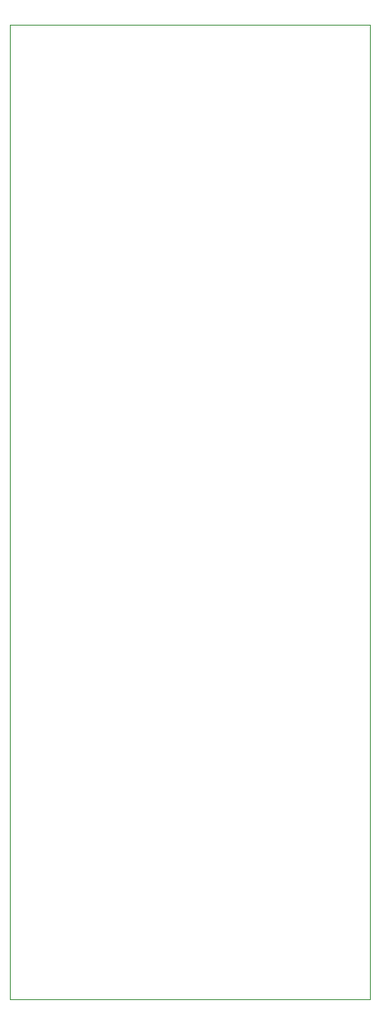
<source format=gbr>
%TF.GenerationSoftware,KiCad,Pcbnew,(6.0.4)*%
%TF.CreationDate,2022-03-21T16:46:14+00:00*%
%TF.ProjectId,Ball_Base_Components,42616c6c-5f42-4617-9365-5f436f6d706f,rev?*%
%TF.SameCoordinates,Original*%
%TF.FileFunction,Profile,NP*%
%FSLAX46Y46*%
G04 Gerber Fmt 4.6, Leading zero omitted, Abs format (unit mm)*
G04 Created by KiCad (PCBNEW (6.0.4)) date 2022-03-21 16:46:14*
%MOMM*%
%LPD*%
G01*
G04 APERTURE LIST*
%TA.AperFunction,Profile*%
%ADD10C,0.100000*%
%TD*%
G04 APERTURE END LIST*
D10*
X162600000Y-56000000D02*
X162600000Y-156000000D01*
X125600000Y-156000000D02*
X162600000Y-156000000D01*
X125600000Y-56000000D02*
X162600000Y-56000000D01*
X125600000Y-56000000D02*
X125600000Y-156000000D01*
M02*

</source>
